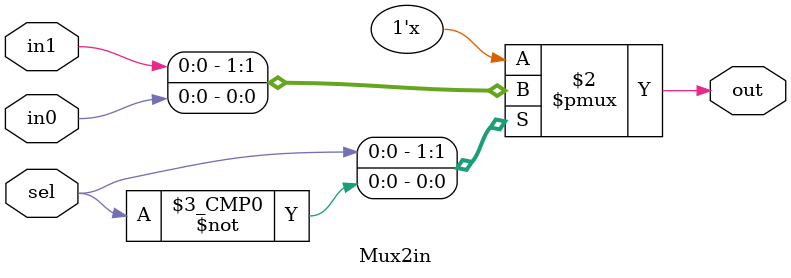
<source format=v>
module datapath (datapath_in, vsel, asel, bsel, loada, loadb, loadc, loads, writenum, write, readnum, clk, ALUop, shift, datapath_out, status) ;

parameter m = 16 ;

input  [0:0] clk ;
input  [m-1:0] datapath_in ;
input  vsel, asel, bsel, loada, loadb, loadc, loads, write ;
input  [2:0] writenum, readnum ;
input  [1:0] ALUop, shift ;

output [m-1:0] datapath_out ;
output [0:0] status ; 

wire [m-1:0] data_in ; // output of first mux and input to register
wire [m-1:0] data_out ; //output of regfile 
wire [m-1:0] aout ; //output of pipeline register A, input to asel mux
wire [m-1:0] bout ; //output of pipeline register B, input to shifter
wire [m-1:0] shift_out ; //output of shifter, input to bsel mux 
wire [m-1:0] Ain ; //output of asel mux, input to ALU
wire [m-1:0] Bin ; //output of bsel mux, input to ALU
wire [m-1:0] alu_out ; //output of the ALU, input to pipeline register C
wire [0:0] status_in ; // output of ALU, input to status register

//instantiatess 2 input mux with inputs: datapath_in, datapath_out and output: data_in --> output is input to register file

Mux2in #(16) mux1(.in0(datapath_in), .in1(datapath_out), .sel(vsel), .out(data_in)) ; 

//instantiate regfile, output is data_out --> output is input to pipeline registers A and B 

regfile regfile (.writenum(writenum), .readnum(readnum), .write(write), .data_in(data_in), .clk(clk), .data_out(data_out)) ;

//instatiates dflipflop. Creates load enable pipeline registers A and B

dflipflop #(16) apipe (.in(data_out), .clk(clk), .load(loada), .out(aout)) ; //A: aout is input to asel mux
dflipflop #(16) bpipe (.in(data_out), .clk(clk), .load(loadb), .out(bout)) ; //B: bout is input to shifter

//instatiates shifter, inputs: shift, bout (output of B pipeline register) and output: shift_out --> output is input to to bsel mux

shifter #(2,16) shifter (.shift(shift), .b(bout), .shift_out(shift_out)) ;

//instantiates asel and bsel muxs

Mux2in #(16) muxasel(.in0(aout), .in1(16'b0), .sel(asel), .out(Ain)) ; // maybe need wire to replace 16'b0
Mux2in #(16) muxbsel(.in0(shift_out), .in1(sximm5), .sel(bsel), .out(Bin)) ; //maybe replace concatenation with wire

//instantiates ALU

ALU #(16,2) alu (.ain(Ain), .bin(Bin), .alu_out(alu_out), .ALUop(ALUop), .status_in(status_in)) ;

//instantiates dflipflop. Creates load enabled pipeline register C

dflipflop #(16) cpipe (.in(alu_out), .clk(clk), .load(loadc), .out(datapath_out)) ; //C: datapath_out is input to datapath

//instantiates dflipflop. Creates load enabled pipeline register Status

dflipflop #(1) statuspipe (.in(status_in), .clk(clk), .load(loads), .out(status)) ;

endmodule

module Mux2in(in1, in0, sel, out) ; //selects one of the inputs (in1, in2, ..., in7) depending on the one-hot select. Output is selected input
  parameter p = 1 ;
  input [p-1:0] in0, in1 ;  // inputs: correspond to the outputs of the registers
  input [0:0] sel ; // one-hot select
  output [p-1:0] out ; 
  reg [p-1:0] out ; 

  always @(*) begin
    case(sel) 
      1'b1: out = in1 ; //if select is 0 in 1 bit one hot code, the output of the mux is in0 
      1'b0: out = in0 ; //if select is 1 in 8 bit one hot code, the output of the mux is in1  
      default: out =  {p{1'bx}} ; //assigns out p copies of 1 bit of either 1 or 0
    endcase
  end
endmodule
</source>
